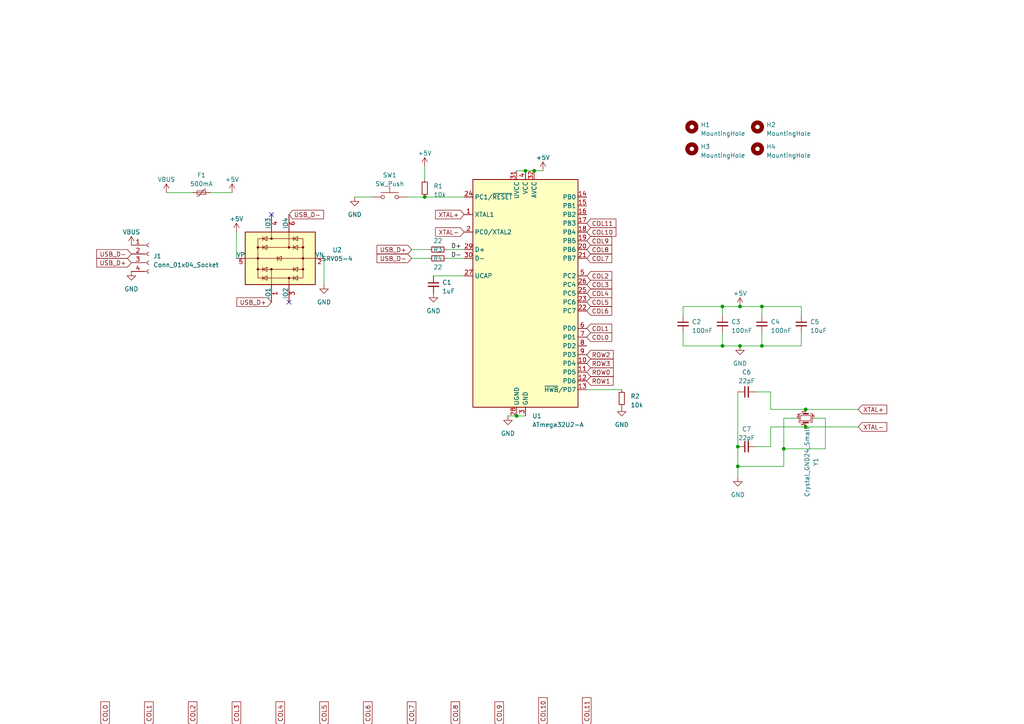
<source format=kicad_sch>
(kicad_sch (version 20230121) (generator eeschema)
  (paper "A4")
  (junction (at 63.5 233.68))
  (junction (at 63.5 251.46))
  (junction (at 76.2 251.46))
  (junction (at 88.9 269.24))
  (junction (at 25.4 233.68))
  (junction (at 88.9 233.68))
  (junction (at 68.58 241.3))
  (junction (at 30.48 259.08))
  (junction (at 152.4 49.53))
  (junction (at 38.1 251.46))
  (junction (at 144.78 259.08))
  (junction (at 106.68 241.3))
  (junction (at 25.4 251.46))
  (junction (at 38.1 269.24))
  (junction (at 220.98 88.9))
  (junction (at 106.68 259.08))
  (junction (at 152.4 269.24))
  (junction (at 25.4 287.02))
  (junction (at 76.2 233.68))
  (junction (at 93.98 259.08))
  (junction (at 114.3 251.46))
  (junction (at 50.8 233.68))
  (junction (at 25.4 269.24))
  (junction (at 170.18 259.08))
  (junction (at 127 287.02))
  (junction (at 127 251.46))
  (junction (at 139.7 233.68))
  (junction (at 81.28 223.52))
  (junction (at 50.8 281.94))
  (junction (at 43.18 241.3))
  (junction (at 154.94 49.53))
  (junction (at 101.6 269.24))
  (junction (at 132.08 259.08))
  (junction (at 132.08 223.52))
  (junction (at 38.1 287.02))
  (junction (at 152.4 287.02))
  (junction (at 123.19 57.15))
  (junction (at 68.58 223.52))
  (junction (at 214.63 88.9))
  (junction (at 157.48 259.08))
  (junction (at 157.48 223.52))
  (junction (at 152.4 251.46))
  (junction (at 106.68 223.52))
  (junction (at 114.3 269.24))
  (junction (at 119.38 223.52))
  (junction (at 227.33 130.175))
  (junction (at 30.48 241.3))
  (junction (at 209.55 100.33))
  (junction (at 50.8 251.46))
  (junction (at 214.63 100.33))
  (junction (at 88.9 251.46))
  (junction (at 63.5 269.24))
  (junction (at 127 233.68))
  (junction (at 101.6 233.68))
  (junction (at 233.68 123.825))
  (junction (at 144.78 223.52))
  (junction (at 233.68 118.745))
  (junction (at 88.9 287.02))
  (junction (at 81.28 259.08))
  (junction (at 119.38 241.3))
  (junction (at 76.2 287.02))
  (junction (at 220.98 100.33))
  (junction (at 152.4 233.68))
  (junction (at 213.995 135.255))
  (junction (at 157.48 241.3))
  (junction (at 55.88 273.05))
  (junction (at 76.2 269.24))
  (junction (at 30.48 223.52))
  (junction (at 68.58 259.08))
  (junction (at 127 269.24))
  (junction (at 170.18 223.52))
  (junction (at 170.18 241.3))
  (junction (at 209.55 88.9))
  (junction (at 63.5 287.02))
  (junction (at 149.86 120.65))
  (junction (at 132.08 241.3))
  (junction (at 55.88 259.08))
  (junction (at 101.6 251.46))
  (junction (at 101.6 287.02))
  (junction (at 144.78 241.3))
  (junction (at 43.18 223.52))
  (junction (at 81.28 241.3))
  (junction (at 93.98 223.52))
  (junction (at 114.3 233.68))
  (junction (at 55.88 223.52))
  (junction (at 139.7 269.24))
  (junction (at 213.995 129.54))
  (junction (at 139.7 287.02))
  (junction (at 50.8 269.24))
  (junction (at 93.98 241.3))
  (junction (at 139.7 251.46))
  (junction (at 43.18 259.08))
  (junction (at 55.88 241.3))
  (junction (at 38.1 233.68))
  (junction (at 50.8 287.02))
  (no_connect (at 78.74 62.23))
  (no_connect (at 83.82 87.63))
  (wire (pts (xy 214.63 88.9) (xy 220.98 88.9)))
  (wire (pts (xy 68.58 259.08) (xy 68.58 276.86)))
  (wire (pts (xy 50.8 287.02) (xy 63.5 287.02)))
  (wire (pts (xy 236.22 121.285) (xy 239.395 121.285)))
  (wire (pts (xy 213.995 113.665) (xy 213.995 129.54)))
  (wire (pts (xy 239.395 130.175) (xy 227.33 130.175)))
  (wire (pts (xy 60.96 55.88) (xy 67.31 55.88)))
  (wire (pts (xy 239.395 121.285) (xy 239.395 130.175)))
  (wire (pts (xy 50.8 273.05) (xy 55.88 273.05)))
  (wire (pts (xy 106.68 241.3) (xy 106.68 259.08)))
  (wire (pts (xy 25.4 269.24) (xy 38.1 269.24)))
  (wire (pts (xy 114.3 233.68) (xy 127 233.68)))
  (wire (pts (xy 157.48 223.52) (xy 157.48 241.3)))
  (wire (pts (xy 139.7 233.68) (xy 152.4 233.68)))
  (wire (pts (xy 88.9 233.68) (xy 101.6 233.68)))
  (wire (pts (xy 55.88 223.52) (xy 55.88 241.3)))
  (wire (pts (xy 144.78 241.3) (xy 144.78 259.08)))
  (wire (pts (xy 119.38 74.93) (xy 124.46 74.93)))
  (wire (pts (xy 198.12 88.9) (xy 209.55 88.9)))
  (wire (pts (xy 93.98 241.3) (xy 93.98 259.08)))
  (wire (pts (xy 149.86 120.65) (xy 152.4 120.65)))
  (wire (pts (xy 63.5 251.46) (xy 76.2 251.46)))
  (wire (pts (xy 152.4 269.24) (xy 165.1 269.24)))
  (wire (pts (xy 220.98 88.9) (xy 220.98 91.44)))
  (wire (pts (xy 223.52 129.54) (xy 223.52 123.825)))
  (wire (pts (xy 152.4 287.02) (xy 165.1 287.02)))
  (wire (pts (xy 7.62 233.68) (xy 25.4 233.68)))
  (wire (pts (xy 38.1 233.68) (xy 50.8 233.68)))
  (wire (pts (xy 127 269.24) (xy 139.7 269.24)))
  (wire (pts (xy 119.38 72.39) (xy 124.46 72.39)))
  (wire (pts (xy 101.6 251.46) (xy 114.3 251.46)))
  (wire (pts (xy 170.18 259.08) (xy 170.18 276.86)))
  (wire (pts (xy 81.28 241.3) (xy 81.28 259.08)))
  (wire (pts (xy 68.58 67.31) (xy 68.58 74.93)))
  (wire (pts (xy 139.7 251.46) (xy 152.4 251.46)))
  (wire (pts (xy 248.92 118.745) (xy 233.68 118.745)))
  (wire (pts (xy 50.8 251.46) (xy 63.5 251.46)))
  (wire (pts (xy 144.78 210.82) (xy 144.78 223.52)))
  (wire (pts (xy 227.33 130.175) (xy 227.33 135.255)))
  (wire (pts (xy 43.18 241.3) (xy 43.18 259.08)))
  (wire (pts (xy 220.98 88.9) (xy 232.41 88.9)))
  (wire (pts (xy 232.41 88.9) (xy 232.41 91.44)))
  (wire (pts (xy 152.4 233.68) (xy 165.1 233.68)))
  (wire (pts (xy 30.48 259.08) (xy 30.48 276.86)))
  (wire (pts (xy 139.7 287.02) (xy 152.4 287.02)))
  (wire (pts (xy 55.88 273.05) (xy 55.88 276.86)))
  (wire (pts (xy 93.98 74.93) (xy 93.98 82.55)))
  (wire (pts (xy 132.08 223.52) (xy 132.08 241.3)))
  (wire (pts (xy 170.18 113.03) (xy 180.34 113.03)))
  (wire (pts (xy 114.3 269.24) (xy 127 269.24)))
  (wire (pts (xy 30.48 241.3) (xy 30.48 259.08)))
  (wire (pts (xy 152.4 251.46) (xy 165.1 251.46)))
  (wire (pts (xy 220.98 100.33) (xy 232.41 100.33)))
  (wire (pts (xy 93.98 210.82) (xy 93.98 223.52)))
  (wire (pts (xy 55.88 259.08) (xy 55.88 273.05)))
  (wire (pts (xy 50.8 269.24) (xy 63.5 269.24)))
  (wire (pts (xy 157.48 210.82) (xy 157.48 223.52)))
  (wire (pts (xy 114.3 251.46) (xy 127 251.46)))
  (wire (pts (xy 30.48 223.52) (xy 30.48 241.3)))
  (wire (pts (xy 144.78 223.52) (xy 144.78 241.3)))
  (wire (pts (xy 223.52 118.745) (xy 233.68 118.745)))
  (wire (pts (xy 209.55 96.52) (xy 209.55 100.33)))
  (wire (pts (xy 106.68 210.82) (xy 106.68 223.52)))
  (wire (pts (xy 198.12 96.52) (xy 198.12 100.33)))
  (wire (pts (xy 38.1 269.24) (xy 50.8 269.24)))
  (wire (pts (xy 106.68 259.08) (xy 106.68 276.86)))
  (wire (pts (xy 45.72 278.13) (xy 45.72 281.94)))
  (wire (pts (xy 127 233.68) (xy 139.7 233.68)))
  (wire (pts (xy 38.1 251.46) (xy 50.8 251.46)))
  (wire (pts (xy 7.62 251.46) (xy 25.4 251.46)))
  (wire (pts (xy 170.18 223.52) (xy 170.18 241.3)))
  (wire (pts (xy 68.58 210.82) (xy 68.58 223.52)))
  (wire (pts (xy 88.9 251.46) (xy 101.6 251.46)))
  (wire (pts (xy 101.6 269.24) (xy 114.3 269.24)))
  (wire (pts (xy 213.995 135.255) (xy 213.995 138.43)))
  (wire (pts (xy 149.86 49.53) (xy 152.4 49.53)))
  (wire (pts (xy 219.075 113.665) (xy 223.52 113.665)))
  (wire (pts (xy 198.12 100.33) (xy 209.55 100.33)))
  (wire (pts (xy 55.88 210.82) (xy 55.88 223.52)))
  (wire (pts (xy 93.98 259.08) (xy 93.98 276.86)))
  (wire (pts (xy 232.41 100.33) (xy 232.41 96.52)))
  (wire (pts (xy 223.52 113.665) (xy 223.52 118.745)))
  (wire (pts (xy 43.18 259.08) (xy 43.18 276.86)))
  (wire (pts (xy 119.38 241.3) (xy 119.38 259.08)))
  (wire (pts (xy 106.68 223.52) (xy 106.68 241.3)))
  (wire (pts (xy 93.98 223.52) (xy 93.98 241.3)))
  (wire (pts (xy 125.73 80.01) (xy 134.62 80.01)))
  (wire (pts (xy 119.38 210.82) (xy 119.38 223.52)))
  (wire (pts (xy 45.72 281.94) (xy 50.8 281.94)))
  (wire (pts (xy 38.1 287.02) (xy 50.8 287.02)))
  (wire (pts (xy 63.5 287.02) (xy 76.2 287.02)))
  (wire (pts (xy 63.5 233.68) (xy 76.2 233.68)))
  (wire (pts (xy 214.63 100.33) (xy 220.98 100.33)))
  (wire (pts (xy 139.7 269.24) (xy 152.4 269.24)))
  (wire (pts (xy 144.78 259.08) (xy 144.78 276.86)))
  (wire (pts (xy 223.52 129.54) (xy 219.075 129.54)))
  (wire (pts (xy 209.55 88.9) (xy 214.63 88.9)))
  (wire (pts (xy 76.2 269.24) (xy 88.9 269.24)))
  (wire (pts (xy 43.18 223.52) (xy 43.18 241.3)))
  (wire (pts (xy 81.28 223.52) (xy 81.28 241.3)))
  (wire (pts (xy 25.4 233.68) (xy 38.1 233.68)))
  (wire (pts (xy 25.4 287.02) (xy 38.1 287.02)))
  (wire (pts (xy 248.92 123.825) (xy 233.68 123.825)))
  (wire (pts (xy 76.2 233.68) (xy 88.9 233.68)))
  (wire (pts (xy 68.58 241.3) (xy 68.58 259.08)))
  (wire (pts (xy 123.19 57.15) (xy 134.62 57.15)))
  (wire (pts (xy 102.87 57.15) (xy 107.95 57.15)))
  (wire (pts (xy 76.2 251.46) (xy 88.9 251.46)))
  (wire (pts (xy 223.52 123.825) (xy 233.68 123.825)))
  (wire (pts (xy 81.28 259.08) (xy 81.28 276.86)))
  (wire (pts (xy 132.08 259.08) (xy 132.08 276.86)))
  (wire (pts (xy 220.98 96.52) (xy 220.98 100.33)))
  (wire (pts (xy 88.9 287.02) (xy 101.6 287.02)))
  (wire (pts (xy 127 287.02) (xy 139.7 287.02)))
  (wire (pts (xy 50.8 233.68) (xy 63.5 233.68)))
  (wire (pts (xy 118.11 57.15) (xy 123.19 57.15)))
  (wire (pts (xy 68.58 223.52) (xy 68.58 241.3)))
  (wire (pts (xy 7.62 269.24) (xy 25.4 269.24)))
  (wire (pts (xy 147.32 120.65) (xy 149.86 120.65)))
  (wire (pts (xy 170.18 210.82) (xy 170.18 223.52)))
  (wire (pts (xy 132.08 241.3) (xy 132.08 259.08)))
  (wire (pts (xy 129.54 74.93) (xy 134.62 74.93)))
  (wire (pts (xy 157.48 259.08) (xy 157.48 276.86)))
  (wire (pts (xy 157.48 241.3) (xy 157.48 259.08)))
  (wire (pts (xy 63.5 269.24) (xy 76.2 269.24)))
  (wire (pts (xy 101.6 287.02) (xy 127 287.02)))
  (wire (pts (xy 231.14 121.285) (xy 227.33 121.285)))
  (wire (pts (xy 76.2 287.02) (xy 88.9 287.02)))
  (wire (pts (xy 25.4 251.46) (xy 38.1 251.46)))
  (wire (pts (xy 7.62 287.02) (xy 25.4 287.02)))
  (wire (pts (xy 30.48 210.82) (xy 30.48 223.52)))
  (wire (pts (xy 127 251.46) (xy 139.7 251.46)))
  (wire (pts (xy 88.9 269.24) (xy 101.6 269.24)))
  (wire (pts (xy 81.28 210.82) (xy 81.28 223.52)))
  (wire (pts (xy 48.26 55.88) (xy 55.88 55.88)))
  (wire (pts (xy 227.33 121.285) (xy 227.33 130.175)))
  (wire (pts (xy 55.88 241.3) (xy 55.88 259.08)))
  (wire (pts (xy 129.54 72.39) (xy 134.62 72.39)))
  (wire (pts (xy 43.18 210.82) (xy 43.18 223.52)))
  (wire (pts (xy 152.4 49.53) (xy 154.94 49.53)))
  (wire (pts (xy 209.55 100.33) (xy 214.63 100.33)))
  (wire (pts (xy 132.08 210.82) (xy 132.08 223.52)))
  (wire (pts (xy 101.6 233.68) (xy 114.3 233.68)))
  (wire (pts (xy 213.995 135.255) (xy 213.995 129.54)))
  (wire (pts (xy 170.18 241.3) (xy 170.18 259.08)))
  (wire (pts (xy 198.12 91.44) (xy 198.12 88.9)))
  (wire (pts (xy 119.38 223.52) (xy 119.38 241.3)))
  (wire (pts (xy 227.33 135.255) (xy 213.995 135.255)))
  (wire (pts (xy 154.94 49.53) (xy 157.48 49.53)))
  (wire (pts (xy 123.19 48.26) (xy 123.19 52.07)))
  (wire (pts (xy 209.55 88.9) (xy 209.55 91.44)))
  (label "D-" (at 130.81 74.93 0))
  (label "D+" (at 130.81 72.39 0))
  (global_label "COL5" (shape input) (at 170.18 87.63 0) (property "Intersheetrefs" "${INTERSHEET_REFS}" (effects hide)))
  (global_label "XTAL+" (shape input) (at 248.92 118.745 0) (property "Intersheetrefs" "${INTERSHEET_REFS}" (effects hide)))
  (global_label "ROW2" (shape input) (at 170.18 102.87 0) (property "Intersheetrefs" "${INTERSHEET_REFS}" (effects hide)))
  (global_label "ROW3" (shape input) (at 170.18 105.41 0) (property "Intersheetrefs" "${INTERSHEET_REFS}" (effects hide)))
  (global_label "COL5" (shape input) (at 93.98 210.82 90) (property "Intersheetrefs" "${INTERSHEET_REFS}" (effects hide)))
  (global_label "ROW0" (shape input) (at 170.18 107.95 0) (property "Intersheetrefs" "${INTERSHEET_REFS}" (effects hide)))
  (global_label "USB_D-" (shape input) (at 119.38 74.93 180) (property "Intersheetrefs" "${INTERSHEET_REFS}" (effects hide)))
  (global_label "COL7" (shape input) (at 170.18 74.93 0) (property "Intersheetrefs" "${INTERSHEET_REFS}" (effects hide)))
  (global_label "COL8" (shape input) (at 170.18 72.39 0) (property "Intersheetrefs" "${INTERSHEET_REFS}" (effects hide)))
  (global_label "COL6" (shape input) (at 170.18 90.17 0) (property "Intersheetrefs" "${INTERSHEET_REFS}" (effects hide)))
  (global_label "COL8" (shape input) (at 132.08 210.82 90) (property "Intersheetrefs" "${INTERSHEET_REFS}" (effects hide)))
  (global_label "USB_D+" (shape input) (at 119.38 72.39 180) (property "Intersheetrefs" "${INTERSHEET_REFS}" (effects hide)))
  (global_label "COL2" (shape input) (at 170.18 80.01 0) (property "Intersheetrefs" "${INTERSHEET_REFS}" (effects hide)))
  (global_label "COL1" (shape input) (at 170.18 95.25 0) (property "Intersheetrefs" "${INTERSHEET_REFS}" (effects hide)))
  (global_label "COL10" (shape input) (at 170.18 67.31 0) (property "Intersheetrefs" "${INTERSHEET_REFS}" (effects hide)))
  (global_label "USB_D-" (shape input) (at 83.82 62.23 0) (property "Intersheetrefs" "${INTERSHEET_REFS}" (effects hide)))
  (global_label "COL11" (shape input) (at 170.18 210.82 90) (property "Intersheetrefs" "${INTERSHEET_REFS}" (effects hide)))
  (global_label "COL7" (shape input) (at 119.38 210.82 90) (property "Intersheetrefs" "${INTERSHEET_REFS}" (effects hide)))
  (global_label "XTAL+" (shape input) (at 134.62 62.23 180) (property "Intersheetrefs" "${INTERSHEET_REFS}" (effects hide)))
  (global_label "ROW0" (shape input) (at 7.62 233.68 180) (property "Intersheetrefs" "${INTERSHEET_REFS}" (effects hide)))
  (global_label "COL6" (shape input) (at 106.68 210.82 90) (property "Intersheetrefs" "${INTERSHEET_REFS}" (effects hide)))
  (global_label "COL4" (shape input) (at 170.18 85.09 0) (property "Intersheetrefs" "${INTERSHEET_REFS}" (effects hide)))
  (global_label "COL9" (shape input) (at 144.78 210.82 90) (property "Intersheetrefs" "${INTERSHEET_REFS}" (effects hide)))
  (global_label "COL10" (shape input) (at 157.48 210.82 90) (property "Intersheetrefs" "${INTERSHEET_REFS}" (effects hide)))
  (global_label "COL1" (shape input) (at 43.18 210.82 90) (property "Intersheetrefs" "${INTERSHEET_REFS}" (effects hide)))
  (global_label "COL3" (shape input) (at 68.58 210.82 90) (property "Intersheetrefs" "${INTERSHEET_REFS}" (effects hide)))
  (global_label "COL11" (shape input) (at 170.18 64.77 0) (property "Intersheetrefs" "${INTERSHEET_REFS}" (effects hide)))
  (global_label "USB_D-" (shape input) (at 38.1 73.66 180) (property "Intersheetrefs" "${INTERSHEET_REFS}" (effects hide)))
  (global_label "COL9" (shape input) (at 170.18 69.85 0) (property "Intersheetrefs" "${INTERSHEET_REFS}" (effects hide)))
  (global_label "COL2" (shape input) (at 55.88 210.82 90) (property "Intersheetrefs" "${INTERSHEET_REFS}" (effects hide)))
  (global_label "XTAL-" (shape input) (at 134.62 67.31 180) (property "Intersheetrefs" "${INTERSHEET_REFS}" (effects hide)))
  (global_label "COL4" (shape input) (at 81.28 210.82 90) (property "Intersheetrefs" "${INTERSHEET_REFS}" (effects hide)))
  (global_label "COL3" (shape input) (at 170.18 82.55 0) (property "Intersheetrefs" "${INTERSHEET_REFS}" (effects hide)))
  (global_label "ROW1" (shape input) (at 170.18 110.49 0) (property "Intersheetrefs" "${INTERSHEET_REFS}" (effects hide)))
  (global_label "ROW1" (shape input) (at 7.62 251.46 180) (property "Intersheetrefs" "${INTERSHEET_REFS}" (effects hide)))
  (global_label "USB_D+" (shape input) (at 78.74 87.63 180) (property "Intersheetrefs" "${INTERSHEET_REFS}" (effects hide)))
  (global_label "COL0" (shape input) (at 170.18 97.79 0) (property "Intersheetrefs" "${INTERSHEET_REFS}" (effects hide)))
  (global_label "ROW3" (shape input) (at 7.62 287.02 180) (property "Intersheetrefs" "${INTERSHEET_REFS}" (effects hide)))
  (global_label "XTAL-" (shape input) (at 248.92 123.825 0) (property "Intersheetrefs" "${INTERSHEET_REFS}" (effects hide)))
  (global_label "ROW2" (shape input) (at 7.62 269.24 180) (property "Intersheetrefs" "${INTERSHEET_REFS}" (effects hide)))
  (global_label "USB_D+" (shape input) (at 38.1 76.2 180) (property "Intersheetrefs" "${INTERSHEET_REFS}" (effects hide)))
  (global_label "COL0" (shape input) (at 30.48 210.82 90) (property "Intersheetrefs" "${INTERSHEET_REFS}" (effects hide)))
  (symbol (lib_id "power:VBUS") (at 38.1 71.12 0) (unit 1)
    (property "Reference" "#PWR04" (effects hide))
    (property "Value" "VBUS" (at 38.1 67.31 0))
  )
  (symbol (lib_id "MX_Alps_Hybrid:MX-NoLED") (at 115.57 224.79 0) (unit 1)
    (property "Reference" "MX8" (at 116.4532 218.44 0) (effects (font (size 1.524 1.524))))
    (property "Value" "MX-NoLED" (at 116.4532 220.98 0) (effects (font (size 0.508 0.508))))
    (property "Footprint" "MX_Only:MXOnly-1U-NoLED" (effects hide))
  )
  (symbol (lib_id "MX_Alps_Hybrid:MX-NoLED") (at 26.67 224.79 0) (unit 1)
    (property "Reference" "MX1" (at 27.5532 218.44 0) (effects (font (size 1.524 1.524))))
    (property "Value" "MX-NoLED" (at 27.5532 220.98 0) (effects (font (size 0.508 0.508))))
    (property "Footprint" "MX_Only:MXOnly-1U-NoLED" (effects hide))
  )
  (symbol (lib_id "MX_Alps_Hybrid:MX-NoLED") (at 52.07 242.57 0) (unit 1)
    (property "Reference" "MX15" (at 52.9532 236.22 0) (effects (font (size 1.524 1.524))))
    (property "Value" "MX-NoLED" (at 52.9532 238.76 0) (effects (font (size 0.508 0.508))))
    (property "Footprint" "MX_Only:MXOnly-1U-NoLED" (effects hide))
  )
  (symbol (lib_id "Device:R_Small") (at 127 74.93 90) (unit 1)
    (property "Reference" "R4" (at 127 74.93 90))
    (property "Value" "22" (at 127 77.47 90))
    (property "Footprint" "Resistor_SMD:R_0603_1608Metric" (effects hide))
  )
  (symbol (lib_id "power:GND") (at 125.73 85.09 0) (unit 1)
    (property "Reference" "#PWR02" (effects hide))
    (property "Value" "GND" (at 125.73 90.17 0))
  )
  (symbol (lib_id "power:GND") (at 93.98 82.55 0) (unit 1)
    (property "Reference" "#PWR06" (effects hide))
    (property "Value" "GND" (at 93.98 87.63 0))
  )
  (symbol (lib_id "Device:D_Small") (at 114.3 248.92 90) (unit 1)
    (property "Reference" "D20" (at 116.84 245.745 90) (effects (justify right)))
    (property "Value" "D_Small" (at 116.84 248.285 90) (effects (justify right)))
    (property "Footprint" "Diode_SMD:D_SOD-123" (effects hide))
    (property "Sim.Device" "D" (effects hide))
    (property "Sim.Pins" "1=K 2=A" (effects hide))
  )
  (symbol (lib_id "MX_Alps_Hybrid:MX-NoLED") (at 39.37 224.79 0) (unit 1)
    (property "Reference" "MX2" (at 40.2532 218.44 0) (effects (font (size 1.524 1.524))))
    (property "Value" "MX-NoLED" (at 40.2532 220.98 0) (effects (font (size 0.508 0.508))))
    (property "Footprint" "MX_Only:MXOnly-1U-NoLED" (effects hide))
  )
  (symbol (lib_id "Device:C_Small") (at 209.55 93.98 0) (unit 1)
    (property "Reference" "C3" (at 212.09 93.3513 0) (effects (justify left)))
    (property "Value" "100nF" (at 212.09 95.8913 0) (effects (justify left)))
    (property "Footprint" "Capacitor_SMD:C_0603_1608Metric" (effects hide))
  )
  (symbol (lib_id "MX_Alps_Hybrid:MX-NoLED") (at 166.37 278.13 0) (unit 1)
    (property "Reference" "MX48" (at 167.2532 271.78 0) (effects (font (size 1.524 1.524))))
    (property "Value" "MX-NoLED" (at 167.2532 274.32 0) (effects (font (size 0.508 0.508))))
    (property "Footprint" "MX_Only:MXOnly-1U-NoLED" (effects hide))
  )
  (symbol (lib_id "Device:C_Small") (at 198.12 93.98 0) (unit 1)
    (property "Reference" "C2" (at 200.66 93.3513 0) (effects (justify left)))
    (property "Value" "100nF" (at 200.66 95.8913 0) (effects (justify left)))
    (property "Footprint" "Capacitor_SMD:C_0603_1608Metric" (effects hide))
  )
  (symbol (lib_id "MX_Alps_Hybrid:MX-NoLED") (at 64.77 242.57 0) (unit 1)
    (property "Reference" "MX16" (at 65.6532 236.22 0) (effects (font (size 1.524 1.524))))
    (property "Value" "MX-NoLED" (at 65.6532 238.76 0) (effects (font (size 0.508 0.508))))
    (property "Footprint" "MX_Only:MXOnly-1U-NoLED" (effects hide))
  )
  (symbol (lib_id "Device:D_Small") (at 101.6 248.92 90) (unit 1)
    (property "Reference" "D19" (at 104.14 245.745 90) (effects (justify right)))
    (property "Value" "D_Small" (at 104.14 248.285 90) (effects (justify right)))
    (property "Footprint" "Diode_SMD:D_SOD-123" (effects hide))
    (property "Sim.Device" "D" (effects hide))
    (property "Sim.Pins" "1=K 2=A" (effects hide))
  )
  (symbol (lib_id "Device:D_Small") (at 25.4 284.48 90) (unit 1)
    (property "Reference" "D26" (at 27.94 281.305 90) (effects (justify right)))
    (property "Value" "D_Small" (at 27.94 283.845 90) (effects (justify right)))
    (property "Footprint" "Diode_SMD:D_SOD-123" (effects hide))
    (property "Sim.Device" "D" (effects hide))
    (property "Sim.Pins" "1=K 2=A" (effects hide))
  )
  (symbol (lib_id "MCU_Microchip_ATmega:ATmega32U2-A") (at 152.4 85.09 0) (unit 1)
    (property "Reference" "U1" (at 154.3559 120.65 0) (effects (justify left)))
    (property "Value" "ATmega32U2-A" (at 154.3559 123.19 0) (effects (justify left)))
    (property "Footprint" "Package_QFP:TQFP-32_7x7mm_P0.8mm" (effects hide))
    (property "Datasheet" "http://ww1.microchip.com/downloads/en/DeviceDoc/doc7799.pdf" (effects hide))
  )
  (symbol (lib_id "MX_Alps_Hybrid:MX-NoLED") (at 102.87 224.79 0) (unit 1)
    (property "Reference" "MX7" (at 103.7532 218.44 0) (effects (font (size 1.524 1.524))))
    (property "Value" "MX-NoLED" (at 103.7532 220.98 0) (effects (font (size 0.508 0.508))))
    (property "Footprint" "MX_Only:MXOnly-1U-NoLED" (effects hide))
  )
  (symbol (lib_id "Device:D_Small") (at 25.4 266.7 90) (unit 1)
    (property "Reference" "D25" (at 27.94 263.525 90) (effects (justify right)))
    (property "Value" "D_Small" (at 27.94 266.065 90) (effects (justify right)))
    (property "Footprint" "Diode_SMD:D_SOD-123" (effects hide))
    (property "Sim.Device" "D" (effects hide))
    (property "Sim.Pins" "1=K 2=A" (effects hide))
  )
  (symbol (lib_id "MX_Alps_Hybrid:MX-NoLED") (at 77.47 242.57 0) (unit 1)
    (property "Reference" "MX17" (at 78.3532 236.22 0) (effects (font (size 1.524 1.524))))
    (property "Value" "MX-NoLED" (at 78.3532 238.76 0) (effects (font (size 0.508 0.508))))
    (property "Footprint" "MX_Only:MXOnly-1U-NoLED" (effects hide))
  )
  (symbol (lib_id "MX_Alps_Hybrid:MX-NoLED") (at 115.57 260.35 0) (unit 1)
    (property "Reference" "MX39" (at 116.4532 254 0) (effects (font (size 1.524 1.524))))
    (property "Value" "MX-NoLED" (at 116.4532 256.54 0) (effects (font (size 0.508 0.508))))
    (property "Footprint" "MX_Only:MXOnly-1U-NoLED" (effects hide))
  )
  (symbol (lib_id "power:GND") (at 214.63 100.33 0) (unit 1)
    (property "Reference" "#PWR03" (effects hide))
    (property "Value" "GND" (at 214.63 105.41 0))
  )
  (symbol (lib_id "Device:D_Small") (at 101.6 266.7 90) (unit 1)
    (property "Reference" "D37" (at 104.14 263.525 90) (effects (justify right)))
    (property "Value" "D_Small" (at 104.14 266.065 90) (effects (justify right)))
    (property "Footprint" "Diode_SMD:D_SOD-123" (effects hide))
    (property "Sim.Device" "D" (effects hide))
    (property "Sim.Pins" "1=K 2=A" (effects hide))
  )
  (symbol (lib_id "Device:D_Small") (at 139.7 231.14 90) (unit 1)
    (property "Reference" "D10" (at 142.24 227.965 90) (effects (justify right)))
    (property "Value" "D_Small" (at 142.24 230.505 90) (effects (justify right)))
    (property "Footprint" "Diode_SMD:D_SOD-123" (effects hide))
    (property "Sim.Device" "D" (effects hide))
    (property "Sim.Pins" "1=K 2=A" (effects hide))
  )
  (symbol (lib_id "MX_Alps_Hybrid:MX-NoLED") (at 166.37 260.35 0) (unit 1)
    (property "Reference" "MX47" (at 167.2532 254 0) (effects (font (size 1.524 1.524))))
    (property "Value" "MX-NoLED" (at 167.2532 256.54 0) (effects (font (size 0.508 0.508))))
    (property "Footprint" "MX_Only:MXOnly-1U-NoLED" (effects hide))
  )
  (symbol (lib_id "Device:C_Small") (at 216.535 113.665 90) (unit 1)
    (property "Reference" "C6" (at 216.5413 107.95 90))
    (property "Value" "22pF" (at 216.5413 110.49 90))
    (property "Footprint" "Capacitor_SMD:C_0603_1608Metric" (effects hide))
  )
  (symbol (lib_id "MX_Alps_Hybrid:MX-NoLED") (at 52.07 224.79 0) (unit 1)
    (property "Reference" "MX3" (at 52.9532 218.44 0) (effects (font (size 1.524 1.524))))
    (property "Value" "MX-NoLED" (at 52.9532 220.98 0) (effects (font (size 0.508 0.508))))
    (property "Footprint" "MX_Only:MXOnly-1U-NoLED" (effects hide))
  )
  (symbol (lib_id "power:+5V") (at 214.63 88.9 0) (unit 1)
    (property "Reference" "#PWR011" (effects hide))
    (property "Value" "+5V" (at 214.63 85.09 0))
  )
  (symbol (lib_id "MX_Alps_Hybrid:MX-NoLED") (at 140.97 242.57 0) (unit 1)
    (property "Reference" "MX22" (at 141.8532 236.22 0) (effects (font (size 1.524 1.524))))
    (property "Value" "MX-NoLED" (at 141.8532 238.76 0) (effects (font (size 0.508 0.508))))
    (property "Footprint" "MX_Only:MXOnly-1U-NoLED" (effects hide))
  )
  (symbol (lib_id "MX_Alps_Hybrid:MX-NoLED") (at 102.87 242.57 0) (unit 1)
    (property "Reference" "MX19" (at 103.7532 236.22 0) (effects (font (size 1.524 1.524))))
    (property "Value" "MX-NoLED" (at 103.7532 238.76 0) (effects (font (size 0.508 0.508))))
    (property "Footprint" "MX_Only:MXOnly-1U-NoLED" (effects hide))
  )
  (symbol (lib_id "Device:D_Small") (at 127 284.48 90) (unit 1)
    (property "Reference" "D42" (at 129.54 281.305 90) (effects (justify right)))
    (property "Value" "D_Small" (at 129.54 283.845 90) (effects (justify right)))
    (property "Footprint" "Diode_SMD:D_SOD-123" (effects hide))
    (property "Sim.Device" "D" (effects hide))
    (property "Sim.Pins" "1=K 2=A" (effects hide))
  )
  (symbol (lib_id "Device:D_Small") (at 114.3 266.7 90) (unit 1)
    (property "Reference" "D39" (at 116.84 263.525 90) (effects (justify right)))
    (property "Value" "D_Small" (at 116.84 266.065 90) (effects (justify right)))
    (property "Footprint" "Diode_SMD:D_SOD-123" (effects hide))
    (property "Sim.Device" "D" (effects hide))
    (property "Sim.Pins" "1=K 2=A" (effects hide))
  )
  (symbol (lib_id "Device:D_Small") (at 63.5 231.14 90) (unit 1)
    (property "Reference" "D4" (at 66.04 227.965 90) (effects (justify right)))
    (property "Value" "D_Small" (at 66.04 230.505 90) (effects (justify right)))
    (property "Footprint" "Diode_SMD:D_SOD-123" (effects hide))
    (property "Sim.Device" "D" (effects hide))
    (property "Sim.Pins" "1=K 2=A" (effects hide))
  )
  (symbol (lib_id "Device:D_Small") (at 76.2 231.14 90) (unit 1)
    (property "Reference" "D5" (at 78.74 227.965 90) (effects (justify right)))
    (property "Value" "D_Small" (at 78.74 230.505 90) (effects (justify right)))
    (property "Footprint" "Diode_SMD:D_SOD-123" (effects hide))
    (property "Sim.Device" "D" (effects hide))
    (property "Sim.Pins" "1=K 2=A" (effects hide))
  )
  (symbol (lib_id "MX_Alps_Hybrid:MX-NoLED") (at 153.67 260.35 0) (unit 1)
    (property "Reference" "MX45" (at 154.5532 254 0) (effects (font (size 1.524 1.524))))
    (property "Value" "MX-NoLED" (at 154.5532 256.54 0) (effects (font (size 0.508 0.508))))
    (property "Footprint" "MX_Only:MXOnly-1U-NoLED" (effects hide))
  )
  (symbol (lib_id "MX_Alps_Hybrid:MX-NoLED") (at 26.67 260.35 0) (unit 1)
    (property "Reference" "MX25" (at 27.5532 254 0) (effects (font (size 1.524 1.524))))
    (property "Value" "MX-NoLED" (at 27.5532 256.54 0) (effects (font (size 0.508 0.508))))
    (property "Footprint" "MX_Only:MXOnly-1U-NoLED" (effects hide))
  )
  (symbol (lib_id "MX_Alps_Hybrid:MX-NoLED") (at 77.47 278.13 0) (unit 1)
    (property "Reference" "MX34" (at 78.3532 271.78 0) (effects (font (size 1.524 1.524))))
    (property "Value" "MX-NoLED" (at 78.3532 274.32 0) (effects (font (size 0.508 0.508))))
    (property "Footprint" "MX_Only:MXOnly-1U-NoLED" (effects hide))
  )
  (symbol (lib_id "Device:D_Small") (at 76.2 266.7 90) (unit 1)
    (property "Reference" "D33" (at 78.74 263.525 90) (effects (justify right)))
    (property "Value" "D_Small" (at 78.74 266.065 90) (effects (justify right)))
    (property "Footprint" "Diode_SMD:D_SOD-123" (effects hide))
    (property "Sim.Device" "D" (effects hide))
    (property "Sim.Pins" "1=K 2=A" (effects hide))
  )
  (symbol (lib_id "Device:D_Small") (at 139.7 248.92 90) (unit 1)
    (property "Reference" "D22" (at 142.24 245.745 90) (effects (justify right)))
    (property "Value" "D_Small" (at 142.24 248.285 90) (effects (justify right)))
    (property "Footprint" "Diode_SMD:D_SOD-123" (effects hide))
    (property "Sim.Device" "D" (effects hide))
    (property "Sim.Pins" "1=K 2=A" (effects hide))
  )
  (symbol (lib_id "Device:D_Small") (at 101.6 284.48 90) (unit 1)
    (property "Reference" "D38" (at 104.14 281.305 90) (effects (justify right)))
    (property "Value" "D_Small" (at 104.14 283.845 90) (effects (justify right)))
    (property "Footprint" "Diode_SMD:D_SOD-123" (effects hide))
    (property "Sim.Device" "D" (effects hide))
    (property "Sim.Pins" "1=K 2=A" (effects hide))
  )
  (symbol (lib_id "MX_Alps_Hybrid:MX-NoLED") (at 153.67 224.79 0) (unit 1)
    (property "Reference" "MX11" (at 154.5532 218.44 0) (effects (font (size 1.524 1.524))))
    (property "Value" "MX-NoLED" (at 154.5532 220.98 0) (effects (font (size 0.508 0.508))))
    (property "Footprint" "MX_Only:MXOnly-1U-NoLED" (effects hide))
  )
  (symbol (lib_id "Device:D_Small") (at 88.9 231.14 90) (unit 1)
    (property "Reference" "D6" (at 91.44 227.965 90) (effects (justify right)))
    (property "Value" "D_Small" (at 91.44 230.505 90) (effects (justify right)))
    (property "Footprint" "Diode_SMD:D_SOD-123" (effects hide))
    (property "Sim.Device" "D" (effects hide))
    (property "Sim.Pins" "1=K 2=A" (effects hide))
  )
  (symbol (lib_id "MX_Alps_Hybrid:MX-NoLED") (at 46.99 274.32 0) (unit 1)
    (property "Reference" "MX49" (at 47.8732 267.97 0) (effects (font (size 1.524 1.524))))
    (property "Value" "MX-NoLED" (at 47.8732 270.51 0) (effects (font (size 0.508 0.508))))
    (property "Footprint" "MX_Only:MXOnly-1U-NoLED" (effects hide))
  )
  (symbol (lib_id "MX_Alps_Hybrid:MX-NoLED") (at 77.47 224.79 0) (unit 1)
    (property "Reference" "MX5" (at 78.3532 218.44 0) (effects (font (size 1.524 1.524))))
    (property "Value" "MX-NoLED" (at 78.3532 220.98 0) (effects (font (size 0.508 0.508))))
    (property "Footprint" "MX_Only:MXOnly-1U-NoLED" (effects hide))
  )
  (symbol (lib_id "MX_Alps_Hybrid:MX-NoLED") (at 90.17 260.35 0) (unit 1)
    (property "Reference" "MX35" (at 91.0532 254 0) (effects (font (size 1.524 1.524))))
    (property "Value" "MX-NoLED" (at 91.0532 256.54 0) (effects (font (size 0.508 0.508))))
    (property "Footprint" "MX_Only:MXOnly-1U-NoLED" (effects hide))
  )
  (symbol (lib_id "Device:D_Small") (at 127 248.92 90) (unit 1)
    (property "Reference" "D21" (at 129.54 245.745 90) (effects (justify right)))
    (property "Value" "D_Small" (at 129.54 248.285 90) (effects (justify right)))
    (property "Footprint" "Diode_SMD:D_SOD-123" (effects hide))
    (property "Sim.Device" "D" (effects hide))
    (property "Sim.Pins" "1=K 2=A" (effects hide))
  )
  (symbol (lib_id "MX_Alps_Hybrid:MX-NoLED") (at 102.87 260.35 0) (unit 1)
    (property "Reference" "MX37" (at 103.7532 254 0) (effects (font (size 1.524 1.524))))
    (property "Value" "MX-NoLED" (at 103.7532 256.54 0) (effects (font (size 0.508 0.508))))
    (property "Footprint" "MX_Only:MXOnly-1U-NoLED" (effects hide))
  )
  (symbol (lib_id "MX_Alps_Hybrid:MX-NoLED") (at 90.17 242.57 0) (unit 1)
    (property "Reference" "MX18" (at 91.0532 236.22 0) (effects (font (size 1.524 1.524))))
    (property "Value" "MX-NoLED" (at 91.0532 238.76 0) (effects (font (size 0.508 0.508))))
    (property "Footprint" "MX_Only:MXOnly-1U-NoLED" (effects hide))
  )
  (symbol (lib_id "MX_Alps_Hybrid:MX-NoLED") (at 166.37 242.57 0) (unit 1)
    (property "Reference" "MX24" (at 167.2532 236.22 0) (effects (font (size 1.524 1.524))))
    (property "Value" "MX-NoLED" (at 167.2532 238.76 0) (effects (font (size 0.508 0.508))))
    (property "Footprint" "MX_Only:MXOnly-1U-NoLED" (effects hide))
  )
  (symbol (lib_id "Device:D_Small") (at 88.9 266.7 90) (unit 1)
    (property "Reference" "D35" (at 91.44 263.525 90) (effects (justify right)))
    (property "Value" "D_Small" (at 91.44 266.065 90) (effects (justify right)))
    (property "Footprint" "Diode_SMD:D_SOD-123" (effects hide))
    (property "Sim.Device" "D" (effects hide))
    (property "Sim.Pins" "1=K 2=A" (effects hide))
  )
  (symbol (lib_id "Device:C_Small") (at 232.41 93.98 0) (unit 1)
    (property "Reference" "C5" (at 234.95 93.3513 0) (effects (justify left)))
    (property "Value" "10uF" (at 234.95 95.8913 0) (effects (justify left)))
    (property "Footprint" "Capacitor_SMD:C_0603_1608Metric" (effects hide))
  )
  (symbol (lib_id "Device:D_Small") (at 139.7 266.7 90) (unit 1)
    (property "Reference" "D43" (at 142.24 263.525 90) (effects (justify right)))
    (property "Value" "D_Small" (at 142.24 266.065 90) (effects (justify right)))
    (property "Footprint" "Diode_SMD:D_SOD-123" (effects hide))
    (property "Sim.Device" "D" (effects hide))
    (property "Sim.Pins" "1=K 2=A" (effects hide))
  )
  (symbol (lib_id "Device:D_Small") (at 63.5 266.7 90) (unit 1)
    (property "Reference" "D31" (at 66.04 263.525 90) (effects (justify right)))
    (property "Value" "D_Small" (at 66.04 266.065 90) (effects (justify right)))
    (property "Footprint" "Diode_SMD:D_SOD-123" (effects hide))
    (property "Sim.Device" "D" (effects hide))
    (property "Sim.Pins" "1=K 2=A" (effects hide))
  )
  (symbol (lib_id "MX_Alps_Hybrid:MX-NoLED") (at 128.27 260.35 0) (unit 1)
    (property "Reference" "MX41" (at 129.1532 254 0) (effects (font (size 1.524 1.524))))
    (property "Value" "MX-NoLED" (at 129.1532 256.54 0) (effects (font (size 0.508 0.508))))
    (property "Footprint" "MX_Only:MXOnly-1U-NoLED" (effects hide))
  )
  (symbol (lib_id "MX_Alps_Hybrid:MX-NoLED") (at 153.67 278.13 0) (unit 1)
    (property "Reference" "MX46" (at 154.5532 271.78 0) (effects (font (size 1.524 1.524))))
    (property "Value" "MX-NoLED" (at 154.5532 274.32 0) (effects (font (size 0.508 0.508))))
    (property "Footprint" "MX_Only:MXOnly-1U-NoLED" (effects hide))
  )
  (symbol (lib_id "MX_Alps_Hybrid:MX-NoLED") (at 64.77 260.35 0) (unit 1)
    (property "Reference" "MX31" (at 65.6532 254 0) (effects (font (size 1.524 1.524))))
    (property "Value" "MX-NoLED" (at 65.6532 256.54 0) (effects (font (size 0.508 0.508))))
    (property "Footprint" "MX_Only:MXOnly-1U-NoLED" (effects hide))
  )
  (symbol (lib_id "Connector:Conn_01x04_Socket") (at 43.18 73.66 0) (unit 1)
    (property "Reference" "J1" (at 44.45 74.295 0) (effects (justify left)))
    (property "Value" "Conn_01x04_Socket" (at 44.45 76.835 0) (effects (justify left)))
    (property "Footprint" "acheron_Connectors:SM04B-SRSS-TB(LF)(SN)_mounting-reliefs" (effects hide))
  )
  (symbol (lib_id "MX_Alps_Hybrid:MX-NoLED") (at 128.27 242.57 0) (unit 1)
    (property "Reference" "MX21" (at 129.1532 236.22 0) (effects (font (size 1.524 1.524))))
    (property "Value" "MX-NoLED" (at 129.1532 238.76 0) (effects (font (size 0.508 0.508))))
    (property "Footprint" "MX_Only:MXOnly-1U-NoLED" (effects hide))
  )
  (symbol (lib_id "Device:D_Small") (at 63.5 248.92 90) (unit 1)
    (property "Reference" "D16" (at 66.04 245.745 90) (effects (justify right)))
    (property "Value" "D_Small" (at 66.04 248.285 90) (effects (justify right)))
    (property "Footprint" "Diode_SMD:D_SOD-123" (effects hide))
    (property "Sim.Device" "D" (effects hide))
    (property "Sim.Pins" "1=K 2=A" (effects hide))
  )
  (symbol (lib_id "Device:D_Small") (at 25.4 231.14 90) (unit 1)
    (property "Reference" "D1" (at 27.94 227.965 90) (effects (justify right)))
    (property "Value" "D_Small" (at 27.94 230.505 90) (effects (justify right)))
    (property "Footprint" "Diode_SMD:D_SOD-123" (effects hide))
    (property "Sim.Device" "D" (effects hide))
    (property "Sim.Pins" "1=K 2=A" (effects hide))
  )
  (symbol (lib_id "Device:R_Small") (at 127 72.39 90) (unit 1)
    (property "Reference" "R3" (at 127 72.39 90))
    (property "Value" "22" (at 127 69.85 90))
    (property "Footprint" "Resistor_SMD:R_0603_1608Metric" (effects hide))
  )
  (symbol (lib_id "Power_Protection:SRV05-4") (at 81.28 74.93 90) (unit 1)
    (property "Reference" "U2" (at 97.79 72.4917 90))
    (property "Value" "SRV05-4" (at 97.79 75.0317 90))
    (property "Footprint" "Package_TO_SOT_SMD:SOT-23-6" (effects hide))
    (property "Datasheet" "http://www.onsemi.com/pub/Collateral/SRV05-4-D.PDF" (effects hide))
  )
  (symbol (lib_id "power:VBUS") (at 48.26 55.88 0) (unit 1)
    (property "Reference" "#PWR09" (effects hide))
    (property "Value" "VBUS" (at 48.26 52.07 0))
  )
  (symbol (lib_id "power:GND") (at 213.995 138.43 0) (unit 1)
    (property "Reference" "#PWR015" (effects hide))
    (property "Value" "GND" (at 213.995 143.51 0))
  )
  (symbol (lib_id "MX_Alps_Hybrid:MX-NoLED") (at 52.07 278.13 0) (unit 1)
    (property "Reference" "MX30" (at 52.9532 271.78 0) (effects (font (size 1.524 1.524))))
    (property "Value" "MX-NoLED" (at 52.9532 274.32 0) (effects (font (size 0.508 0.508))))
    (property "Footprint" "MX_Only:MXOnly-1U-NoLED" (effects hide))
  )
  (symbol (lib_id "power:+5V") (at 68.58 67.31 0) (unit 1)
    (property "Reference" "#PWR010" (effects hide))
    (property "Value" "+5V" (at 68.58 63.5 0))
  )
  (symbol (lib_id "Mechanical:MountingHole") (at 219.71 43.18 0) (unit 1)
    (property "Reference" "H4" (at 222.25 42.545 0) (effects (justify left)))
    (property "Value" "MountingHole" (at 222.25 45.085 0) (effects (justify left)))
    (property "Footprint" "MountingHole:MountingHole_3.2mm_M3_DIN965_Pad" (effects hide))
  )
  (symbol (lib_id "MX_Alps_Hybrid:MX-NoLED") (at 26.67 278.13 0) (unit 1)
    (property "Reference" "MX26" (at 27.5532 271.78 0) (effects (font (size 1.524 1.524))))
    (property "Value" "MX-NoLED" (at 27.5532 274.32 0) (effects (font (size 0.508 0.508))))
    (property "Footprint" "MX_Only:MXOnly-1U-NoLED" (effects hide))
  )
  (symbol (lib_id "MX_Alps_Hybrid:MX-NoLED") (at 140.97 224.79 0) (unit 1)
    (property "Reference" "MX10" (at 141.8532 218.44 0) (effects (font (size 1.524 1.524))))
    (property "Value" "MX-NoLED" (at 141.8532 220.98 0) (effects (font (size 0.508 0.508))))
    (property "Footprint" "MX_Only:MXOnly-1U-NoLED" (effects hide))
  )
  (symbol (lib_id "MX_Alps_Hybrid:MX-NoLED") (at 52.07 260.35 0) (unit 1)
    (property "Reference" "MX29" (at 52.9532 254 0) (effects (font (size 1.524 1.524))))
    (property "Value" "MX-NoLED" (at 52.9532 256.54 0) (effects (font (size 0.508 0.508))))
    (property "Footprint" "MX_Only:MXOnly-1U-NoLED" (effects hide))
  )
  (symbol (lib_id "MX_Alps_Hybrid:MX-NoLED") (at 115.57 242.57 0) (unit 1)
    (property "Reference" "MX20" (at 116.4532 236.22 0) (effects (font (size 1.524 1.524))))
    (property "Value" "MX-NoLED" (at 116.4532 238.76 0) (effects (font (size 0.508 0.508))))
    (property "Footprint" "MX_Only:MXOnly-1U-NoLED" (effects hide))
  )
  (symbol (lib_id "MX_Alps_Hybrid:MX-NoLED") (at 64.77 224.79 0) (unit 1)
    (property "Reference" "MX4" (at 65.6532 218.44 0) (effects (font (size 1.524 1.524))))
    (property "Value" "MX-NoLED" (at 65.6532 220.98 0) (effects (font (size 0.508 0.508))))
    (property "Footprint" "MX_Only:MXOnly-1U-NoLED" (effects hide))
  )
  (symbol (lib_id "MX_Alps_Hybrid:MX-NoLED") (at 90.17 278.13 0) (unit 1)
    (property "Reference" "MX36" (at 91.0532 271.78 0) (effects (font (size 1.524 1.524))))
    (property "Value" "MX-NoLED" (at 91.0532 274.32 0) (effects (font (size 0.508 0.508))))
    (property "Footprint" "MX_Only:MXOnly-1U-NoLED" (effects hide))
  )
  (symbol (lib_id "Device:D_Small") (at 76.2 248.92 90) (unit 1)
    (property "Reference" "D17" (at 78.74 245.745 90) (effects (justify right)))
    (property "Value" "D_Small" (at 78.74 248.285 90) (effects (justify right)))
    (property "Footprint" "Diode_SMD:D_SOD-123" (effects hide))
    (property "Sim.Device" "D" (effects hide))
    (property "Sim.Pins" "1=K 2=A" (effects hide))
  )
  (symbol (lib_id "Device:Crystal_GND24_Small") (at 233.68 121.285 270) (unit 1)
    (property "Reference" "Y1" (at 236.6263 133.985 0))
    (property "Value" "Crystal_GND24_Small" (at 234.0863 133.985 0))
    (property "Footprint" "Crystal:Crystal_SMD_3225-4Pin_3.2x2.5mm" (effects hide))
  )
  (symbol (lib_id "Device:D_Small") (at 165.1 266.7 90) (unit 1)
    (property "Reference" "D47" (at 167.64 263.525 90) (effects (justify right)))
    (property "Value" "D_Small" (at 167.64 266.065 90) (effects (justify right)))
    (property "Footprint" "Diode_SMD:D_SOD-123" (effects hide))
    (property "Sim.Device" "D" (effects hide))
    (property "Sim.Pins" "1=K 2=A" (effects hide))
  )
  (symbol (lib_id "Device:D_Small") (at 38.1 284.48 90) (unit 1)
    (property "Reference" "D28" (at 40.64 281.305 90) (effects (justify right)))
    (property "Value" "D_Small" (at 40.64 283.845 90) (effects (justify right)))
    (property "Footprint" "Diode_SMD:D_SOD-123" (effects hide))
    (property "Sim.Device" "D" (effects hide))
    (property "Sim.Pins" "1=K 2=A" (effects hide))
  )
  (symbol (lib_id "Switch:SW_Push") (at 113.03 57.15 0) (unit 1)
    (property "Reference" "SW1" (at 113.03 50.8 0))
    (property "Value" "SW_Push" (at 113.03 53.34 0))
    (property "Footprint" "Button_Switch_SMD:SW_SPST_TL3342" (effects hide))
  )
  (symbol (lib_id "power:+5V") (at 67.31 55.88 0) (unit 1)
    (property "Reference" "#PWR08" (effects hide))
    (property "Value" "+5V" (at 67.31 52.07 0))
  )
  (symbol (lib_id "Device:D_Small") (at 50.8 284.48 90) (unit 1)
    (property "Reference" "D30" (at 53.34 281.305 90) (effects (justify right)))
    (property "Value" "D_Small" (at 53.34 283.845 90) (effects (justify right)))
    (property "Footprint" "Diode_SMD:D_SOD-123" (effects hide))
    (property "Sim.Device" "D" (effects hide))
    (property "Sim.Pins" "1=K 2=A" (effects hide))
  )
  (symbol (lib_id "Device:D_Small") (at 127 266.7 90) (unit 1)
    (property "Reference" "D41" (at 129.54 263.525 90) (effects (justify right)))
    (property "Value" "D_Small" (at 129.54 266.065 90) (effects (justify right)))
    (property "Footprint" "Diode_SMD:D_SOD-123" (effects hide))
    (property "Sim.Device" "D" (effects hide))
    (property "Sim.Pins" "1=K 2=A" (effects hide))
  )
  (symbol (lib_id "power:GND") (at 38.1 78.74 0) (unit 1)
    (property "Reference" "#PWR05" (effects hide))
    (property "Value" "GND" (at 38.1 83.82 0))
  )
  (symbol (lib_id "MX_Alps_Hybrid:MX-NoLED") (at 39.37 278.13 0) (unit 1)
    (property "Reference" "MX28" (at 40.2532 271.78 0) (effects (font (size 1.524 1.524))))
    (property "Value" "MX-NoLED" (at 40.2532 274.32 0) (effects (font (size 0.508 0.508))))
    (property "Footprint" "MX_Only:MXOnly-1U-NoLED" (effects hide))
  )
  (symbol (lib_id "Device:D_Small") (at 50.8 266.7 90) (unit 1)
    (property "Reference" "D29" (at 53.34 263.525 90) (effects (justify right)))
    (property "Value" "D_Small" (at 53.34 266.065 90) (effects (justify right)))
    (property "Footprint" "Diode_SMD:D_SOD-123" (effects hide))
    (property "Sim.Device" "D" (effects hide))
    (property "Sim.Pins" "1=K 2=A" (effects hide))
  )
  (symbol (lib_id "Device:D_Small") (at 152.4 231.14 90) (unit 1)
    (property "Reference" "D11" (at 154.94 227.965 90) (effects (justify right)))
    (property "Value" "D_Small" (at 154.94 230.505 90) (effects (justify right)))
    (property "Footprint" "Diode_SMD:D_SOD-123" (effects hide))
    (property "Sim.Device" "D" (effects hide))
    (property "Sim.Pins" "1=K 2=A" (effects hide))
  )
  (symbol (lib_id "power:+5V") (at 157.48 49.53 0) (unit 1)
    (property "Reference" "#PWR07" (effects hide))
    (property "Value" "+5V" (at 157.48 45.72 0))
  )
  (symbol (lib_id "MX_Alps_Hybrid:MX-NoLED") (at 140.97 278.13 0) (unit 1)
    (property "Reference" "MX44" (at 141.8532 271.78 0) (effects (font (size 1.524 1.524))))
    (property "Value" "MX-NoLED" (at 141.8532 274.32 0) (effects (font (size 0.508 0.508))))
    (property "Footprint" "MX_Only:MXOnly-1U-NoLED" (effects hide))
  )
  (symbol (lib_id "Device:R_Small") (at 123.19 54.61 0) (unit 1)
    (property "Reference" "R1" (at 125.73 53.975 0) (effects (justify left)))
    (property "Value" "10k" (at 125.73 56.515 0) (effects (justify left)))
    (property "Footprint" "Resistor_SMD:R_0603_1608Metric" (effects hide))
  )
  (symbol (lib_id "MX_Alps_Hybrid:MX-NoLED") (at 166.37 224.79 0) (unit 1)
    (property "Reference" "MX12" (at 167.2532 218.44 0) (effects (font (size 1.524 1.524))))
    (property "Value" "MX-NoLED" (at 167.2532 220.98 0) (effects (font (size 0.508 0.508))))
    (property "Footprint" "MX_Only:MXOnly-1U-NoLED" (effects hide))
  )
  (symbol (lib_id "power:GND") (at 180.34 118.11 0) (unit 1)
    (property "Reference" "#PWR012" (effects hide))
    (property "Value" "GND" (at 180.34 123.19 0))
  )
  (symbol (lib_id "MX_Alps_Hybrid:MX-NoLED") (at 26.67 242.57 0) (unit 1)
    (property "Reference" "MX13" (at 27.5532 236.22 0) (effects (font (size 1.524 1.524))))
    (property "Value" "MX-NoLED" (at 27.5532 238.76 0) (effects (font (size 0.508 0.508))))
    (property "Footprint" "MX_Only:MXOnly-1U-NoLED" (effects hide))
  )
  (symbol (lib_id "Device:D_Small") (at 88.9 284.48 90) (unit 1)
    (property "Reference" "D36" (at 91.44 281.305 90) (effects (justify right)))
    (property "Value" "D_Small" (at 91.44 283.845 90) (effects (justify right)))
    (property "Footprint" "Diode_SMD:D_SOD-123" (effects hide))
    (property "Sim.Device" "D" (effects hide))
    (property "Sim.Pins" "1=K 2=A" (effects hide))
  )
  (symbol (lib_id "Device:D_Small") (at 76.2 284.48 90) (unit 1)
    (property "Reference" "D34" (at 78.74 281.305 90) (effects (justify right)))
    (property "Value" "D_Small" (at 78.74 283.845 90) (effects (justify right)))
    (property "Footprint" "Diode_SMD:D_SOD-123" (effects hide))
    (property "Sim.Device" "D" (effects hide))
    (property "Sim.Pins" "1=K 2=A" (effects hide))
  )
  (symbol (lib_id "Device:D_Small") (at 165.1 284.48 90) (unit 1)
    (property "Reference" "D48" (at 167.64 281.305 90) (effects (justify right)))
    (property "Value" "D_Small" (at 167.64 283.845 90) (effects (justify right)))
    (property "Footprint" "Diode_SMD:D_SOD-123" (effects hide))
    (property "Sim.Device" "D" (effects hide))
    (property "Sim.Pins" "1=K 2=A" (effects hide))
  )
  (symbol (lib_id "Mechanical:MountingHole") (at 200.66 36.83 0) (unit 1)
    (property "Reference" "H1" (at 203.2 36.195 0) (effects (justify left)))
    (property "Value" "MountingHole" (at 203.2 38.735 0) (effects (justify left)))
    (property "Footprint" "MountingHole:MountingHole_3.2mm_M3_DIN965_Pad" (effects hide))
  )
  (symbol (lib_id "Device:D_Small") (at 139.7 284.48 90) (unit 1)
    (property "Reference" "D44" (at 142.24 281.305 90) (effects (justify right)))
    (property "Value" "D_Small" (at 142.24 283.845 90) (effects (justify right)))
    (property "Footprint" "Diode_SMD:D_SOD-123" (effects hide))
    (property "Sim.Device" "D" (effects hide))
    (property "Sim.Pins" "1=K 2=A" (effects hide))
  )
  (symbol (lib_id "Device:D_Small") (at 152.4 266.7 90) (unit 1)
    (property "Reference" "D45" (at 154.94 263.525 90) (effects (justify right)))
    (property "Value" "D_Small" (at 154.94 266.065 90) (effects (justify right)))
    (property "Footprint" "Diode_SMD:D_SOD-123" (effects hide))
    (property "Sim.Device" "D" (effects hide))
    (property "Sim.Pins" "1=K 2=A" (effects hide))
  )
  (symbol (lib_id "Device:Polyfuse_Small") (at 58.42 55.88 90) (unit 1)
    (property "Reference" "F1" (at 58.42 50.8 90))
    (property "Value" "500mA" (at 58.42 53.34 90))
    (property "Footprint" "Fuse:Fuse_0805_2012Metric" (effects hide))
  )
  (symbol (lib_id "MX_Alps_Hybrid:MX-NoLED") (at 39.37 260.35 0) (unit 1)
    (property "Reference" "MX27" (at 40.2532 254 0) (effects (font (size 1.524 1.524))))
    (property "Value" "MX-NoLED" (at 40.2532 256.54 0) (effects (font (size 0.508 0.508))))
    (property "Footprint" "MX_Only:MXOnly-1U-NoLED" (effects hide))
  )
  (symbol (lib_id "MX_Alps_Hybrid:MX-NoLED") (at 64.77 278.13 0) (unit 1)
    (property "Reference" "MX32" (at 65.6532 271.78 0) (effects (font (size 1.524 1.524))))
    (property "Value" "MX-NoLED" (at 65.6532 274.32 0) (effects (font (size 0.508 0.508))))
    (property "Footprint" "MX_Only:MXOnly-1U-NoLED" (effects hide))
  )
  (symbol (lib_id "power:GND") (at 102.87 57.15 0) (unit 1)
    (property "Reference" "#PWR014" (effects hide))
    (property "Value" "GND" (at 102.87 62.23 0))
  )
  (symbol (lib_id "Mechanical:MountingHole") (at 219.71 36.83 0) (unit 1)
    (property "Reference" "H2" (at 222.25 36.195 0) (effects (justify left)))
    (property "Value" "MountingHole" (at 222.25 38.735 0) (effects (justify left)))
    (property "Footprint" "MountingHole:MountingHole_3.2mm_M3_DIN965_Pad" (effects hide))
  )
  (symbol (lib_id "power:+5V") (at 123.19 48.26 0) (unit 1)
    (property "Reference" "#PWR013" (effects hide))
    (property "Value" "+5V" (at 123.19 44.45 0))
  )
  (symbol (lib_id "Device:D_Small") (at 50.8 248.92 90) (unit 1)
    (property "Reference" "D15" (at 53.34 245.745 90) (effects (justify right)))
    (property "Value" "D_Small" (at 53.34 248.285 90) (effects (justify right)))
    (property "Footprint" "Diode_SMD:D_SOD-123" (effects hide))
    (property "Sim.Device" "D" (effects hide))
    (property "Sim.Pins" "1=K 2=A" (effects hide))
  )
  (symbol (lib_id "Mechanical:MountingHole") (at 200.66 43.18 0) (unit 1)
    (property "Reference" "H3" (at 203.2 42.545 0) (effects (justify left)))
    (property "Value" "MountingHole" (at 203.2 45.085 0) (effects (justify left)))
    (property "Footprint" "MountingHole:MountingHole_3.2mm_M3_DIN965_Pad" (effects hide))
  )
  (symbol (lib_id "Device:C_Small") (at 125.73 82.55 0) (unit 1)
    (property "Reference" "C1" (at 128.27 81.9213 0) (effects (justify left)))
    (property "Value" "1uF" (at 128.27 84.4613 0) (effects (justify left)))
    (property "Footprint" "Capacitor_SMD:C_0603_1608Metric" (effects hide))
  )
  (symbol (lib_id "MX_Alps_Hybrid:MX-NoLED") (at 77.47 260.35 0) (unit 1)
    (property "Reference" "MX33" (at 78.3532 254 0) (effects (font (size 1.524 1.524))))
    (property "Value" "MX-NoLED" (at 78.3532 256.54 0) (effects (font (size 0.508 0.508))))
    (property "Footprint" "MX_Only:MXOnly-1U-NoLED" (effects hide))
  )
  (symbol (lib_id "Device:D_Small") (at 50.8 231.14 90) (unit 1)
    (property "Reference" "D3" (at 53.34 227.965 90) (effects (justify right)))
    (property "Value" "D_Small" (at 53.34 230.505 90) (effects (justify right)))
    (property "Footprint" "Diode_SMD:D_SOD-123" (effects hide))
    (property "Sim.Device" "D" (effects hide))
    (property "Sim.Pins" "1=K 2=A" (effects hide))
  )
  (symbol (lib_id "Device:D_Small") (at 38.1 231.14 90) (unit 1)
    (property "Reference" "D2" (at 40.64 227.965 90) (effects (justify right)))
    (property "Value" "D_Small" (at 40.64 230.505 90) (effects (justify right)))
    (property "Footprint" "Diode_SMD:D_SOD-123" (effects hide))
    (property "Sim.Device" "D" (effects hide))
    (property "Sim.Pins" "1=K 2=A" (effects hide))
  )
  (symbol (lib_id "MX_Alps_Hybrid:MX-NoLED") (at 39.37 242.57 0) (unit 1)
    (property "Reference" "MX14" (at 40.2532 236.22 0) (effects (font (size 1.524 1.524))))
    (property "Value" "MX-NoLED" (at 40.2532 238.76 0) (effects (font (size 0.508 0.508))))
    (property "Footprint" "MX_Only:MXOnly-1U-NoLED" (effects hide))
  )
  (symbol (lib_id "Device:D_Small") (at 114.3 231.14 90) (unit 1)
    (property "Reference" "D8" (at 116.84 227.965 90) (effects (justify right)))
    (property "Value" "D_Small" (at 116.84 230.505 90) (effects (justify right)))
    (property "Footprint" "Diode_SMD:D_SOD-123" (effects hide))
    (property "Sim.Device" "D" (effects hide))
    (property "Sim.Pins" "1=K 2=A" (effects hide))
  )
  (symbol (lib_id "Device:C_Small") (at 216.535 129.54 90) (unit 1)
    (property "Reference" "C7" (at 216.5413 124.46 90))
    (property "Value" "22pF" (at 216.5413 127 90))
    (property "Footprint" "Capacitor_SMD:C_0603_1608Metric" (effects hide))
  )
  (symbol (lib_id "Device:D_Small") (at 101.6 231.14 90) (unit 1)
    (property "Reference" "D7" (at 104.14 227.965 90) (effects (justify right)))
    (property "Value" "D_Small" (at 104.14 230.505 90) (effects (justify right)))
    (property "Footprint" "Diode_SMD:D_SOD-123" (effects hide))
    (property "Sim.Device" "D" (effects hide))
    (property "Sim.Pins" "1=K 2=A" (effects hide))
  )
  (symbol (lib_id "power:GND") (at 147.32 120.65 0) (unit 1)
    (property "Reference" "#PWR01" (effects hide))
    (property "Value" "GND" (at 147.32 125.73 0))
  )
  (symbol (lib_id "Device:D_Small") (at 152.4 284.48 90) (unit 1)
    (property "Reference" "D46" (at 154.94 281.305 90) (effects (justify right)))
    (property "Value" "D_Small" (at 154.94 283.845 90) (effects (justify right)))
    (property "Footprint" "Diode_SMD:D_SOD-123" (effects hide))
    (property "Sim.Device" "D" (effects hide))
    (property "Sim.Pins" "1=K 2=A" (effects hide))
  )
  (symbol (lib_id "MX_Alps_Hybrid:MX-NoLED") (at 140.97 260.35 0) (unit 1)
    (property "Reference" "MX43" (at 141.8532 254 0) (effects (font (size 1.524 1.524))))
    (property "Value" "MX-NoLED" (at 141.8532 256.54 0) (effects (font (size 0.508 0.508))))
    (property "Footprint" "MX_Only:MXOnly-1U-NoLED" (effects hide))
  )
  (symbol (lib_id "Device:D_Small") (at 165.1 231.14 90) (unit 1)
    (property "Reference" "D12" (at 167.64 227.965 90) (effects (justify right)))
    (property "Value" "D_Small" (at 167.64 230.505 90) (effects (justify right)))
    (property "Footprint" "Diode_SMD:D_SOD-123" (effects hide))
    (property "Sim.Device" "D" (effects hide))
    (property "Sim.Pins" "1=K 2=A" (effects hide))
  )
  (symbol (lib_id "Device:D_Small") (at 165.1 248.92 90) (unit 1)
    (property "Reference" "D24" (at 167.64 245.745 90) (effects (justify right)))
    (property "Value" "D_Small" (at 167.64 248.285 90) (effects (justify right)))
    (property "Footprint" "Diode_SMD:D_SOD-123" (effects hide))
    (property "Sim.Device" "D" (effects hide))
    (property "Sim.Pins" "1=K 2=A" (effects hide))
  )
  (symbol (lib_id "MX_Alps_Hybrid:MX-NoLED") (at 153.67 242.57 0) (unit 1)
    (property "Reference" "MX23" (at 154.5532 236.22 0) (effects (font (size 1.524 1.524))))
    (property "Value" "MX-NoLED" (at 154.5532 238.76 0) (effects (font (size 0.508 0.508))))
    (property "Footprint" "MX_Only:MXOnly-1U-NoLED" (effects hide))
  )
  (symbol (lib_id "Device:D_Small") (at 63.5 284.48 90) (unit 1)
    (property "Reference" "D32" (at 66.04 281.305 90) (effects (justify right)))
    (property "Value" "D_Small" (at 66.04 283.845 90) (effects (justify right)))
    (property "Footprint" "Diode_SMD:D_SOD-123" (effects hide))
    (property "Sim.Device" "D" (effects hide))
    (property "Sim.Pins" "1=K 2=A" (effects hide))
  )
  (symbol (lib_id "Device:R_Small") (at 180.34 115.57 180) (unit 1)
    (property "Reference" "R2" (at 182.88 114.935 0) (effects (justify right)))
    (property "Value" "10k" (at 182.88 117.475 0) (effects (justify right)))
    (property "Footprint" "Resistor_SMD:R_0603_1608Metric" (effects hide))
  )
  (symbol (lib_id "Device:D_Small") (at 127 231.14 90) (unit 1)
    (property "Reference" "D9" (at 129.54 227.965 90) (effects (justify right)))
    (property "Value" "D_Small" (at 129.54 230.505 90) (effects (justify right)))
    (property "Footprint" "Diode_SMD:D_SOD-123" (effects hide))
    (property "Sim.Device" "D" (effects hide))
    (property "Sim.Pins" "1=K 2=A" (effects hide))
  )
  (symbol (lib_id "Device:D_Small") (at 152.4 248.92 90) (unit 1)
    (property "Reference" "D23" (at 154.94 245.745 90) (effects (justify right)))
    (property "Value" "D_Small" (at 154.94 248.285 90) (effects (justify right)))
    (property "Footprint" "Diode_SMD:D_SOD-123" (effects hide))
    (property "Sim.Device" "D" (effects hide))
    (property "Sim.Pins" "1=K 2=A" (effects hide))
  )
  (symbol (lib_id "Device:D_Small") (at 88.9 248.92 90) (unit 1)
    (property "Reference" "D18" (at 91.44 245.745 90) (effects (justify right)))
    (property "Value" "D_Small" (at 91.44 248.285 90) (effects (justify right)))
    (property "Footprint" "Diode_SMD:D_SOD-123" (effects hide))
    (property "Sim.Device" "D" (effects hide))
    (property "Sim.Pins" "1=K 2=A" (effects hide))
  )
  (symbol (lib_id "Device:D_Small") (at 25.4 248.92 90) (unit 1)
    (property "Reference" "D13" (at 27.94 245.745 90) (effects (justify right)))
    (property "Value" "D_Small" (at 27.94 248.285 90) (effects (justify right)))
    (property "Footprint" "Diode_SMD:D_SOD-123" (effects hide))
    (property "Sim.Device" "D" (effects hide))
    (property "Sim.Pins" "1=K 2=A" (effects hide))
  )
  (symbol (lib_id "MX_Alps_Hybrid:MX-NoLED") (at 102.87 278.13 0) (unit 1)
    (property "Reference" "MX38" (at 103.7532 271.78 0) (effects (font (size 1.524 1.524))))
    (property "Value" "MX-NoLED" (at 103.7532 274.32 0) (effects (font (size 0.508 0.508))))
    (property "Footprint" "MX_Only:MXOnly-1U-NoLED" (effects hide))
  )
  (symbol (lib_id "Device:D_Small") (at 38.1 248.92 90) (unit 1)
    (property "Reference" "D14" (at 40.64 245.745 90) (effects (justify right)))
    (property "Value" "D_Small" (at 40.64 248.285 90) (effects (justify right)))
    (property "Footprint" "Diode_SMD:D_SOD-123" (effects hide))
    (property "Sim.Device" "D" (effects hide))
    (property "Sim.Pins" "1=K 2=A" (effects hide))
  )
  (symbol (lib_id "Device:D_Small") (at 38.1 266.7 90) (unit 1)
    (property "Reference" "D27" (at 40.64 263.525 90) (effects (justify right)))
    (property "Value" "D_Small" (at 40.64 266.065 90) (effects (justify right)))
    (property "Footprint" "Diode_SMD:D_SOD-123" (effects hide))
    (property "Sim.Device" "D" (effects hide))
    (property "Sim.Pins" "1=K 2=A" (effects hide))
  )
  (symbol (lib_id "MX_Alps_Hybrid:MX-NoLED") (at 128.27 224.79 0) (unit 1)
    (property "Reference" "MX9" (at 129.1532 218.44 0) (effects (font (size 1.524 1.524))))
    (property "Value" "MX-NoLED" (at 129.1532 220.98 0) (effects (font (size 0.508 0.508))))
    (property "Footprint" "MX_Only:MXOnly-1U-NoLED" (effects hide))
  )
  (symbol (lib_id "Device:C_Small") (at 220.98 93.98 0) (unit 1)
    (property "Reference" "C4" (at 223.52 93.3513 0) (effects (justify left)))
    (property "Value" "100nF" (at 223.52 95.8913 0) (effects (justify left)))
    (property "Footprint" "Capacitor_SMD:C_0603_1608Metric" (effects hide))
  )
  (symbol (lib_id "MX_Alps_Hybrid:MX-NoLED") (at 90.17 224.79 0) (unit 1)
    (property "Reference" "MX6" (at 91.0532 218.44 0) (effects (font (size 1.524 1.524))))
    (property "Value" "MX-NoLED" (at 91.0532 220.98 0) (effects (font (size 0.508 0.508))))
    (property "Footprint" "MX_Only:MXOnly-1U-NoLED" (effects hide))
  )
  (symbol (lib_id "MX_Alps_Hybrid:MX-NoLED") (at 128.27 278.13 0) (unit 1)
    (property "Reference" "MX42" (at 129.1532 271.78 0) (effects (font (size 1.524 1.524))))
    (property "Value" "MX-NoLED" (at 129.1532 274.32 0) (effects (font (size 0.508 0.508))))
    (property "Footprint" "MX_Only:MXOnly-1U-NoLED" (effects hide))
  )
)
</source>
